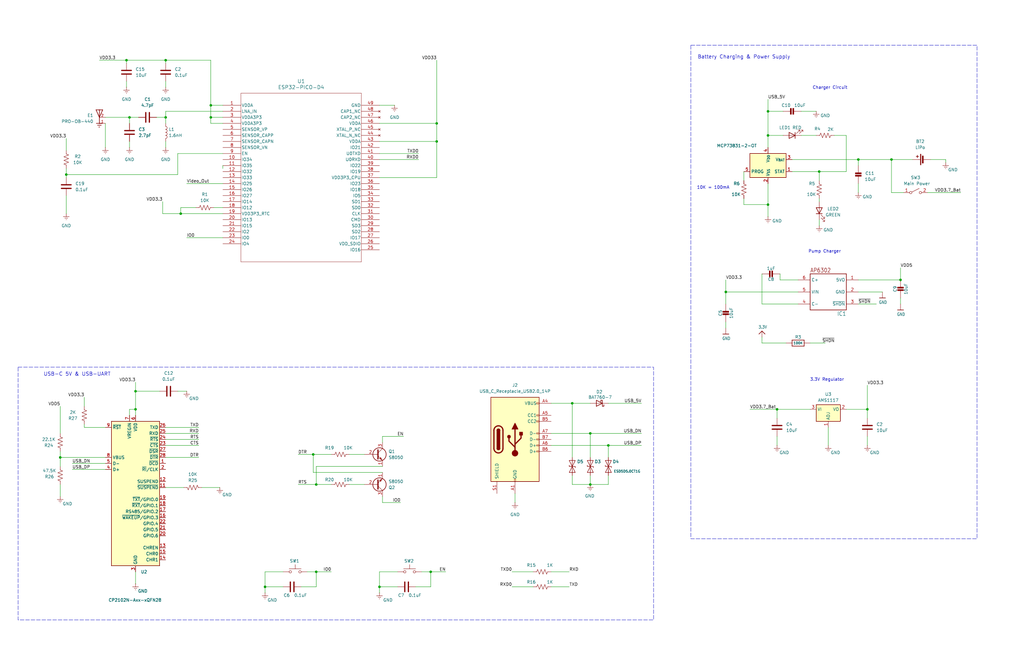
<source format=kicad_sch>
(kicad_sch (version 20231120) (generator "eeschema") (generator_version "8.0")
  (paper "USLedger")
  (lib_symbols
    (symbol "Adafruit AP6302-eagle-import:AP3602"
      (property "Reference" "IC" (at -7.62 -10.16 0))
      (symbol "AP3602_1_0"
        (text "AP6302" (at 7.62 10.16 0) (effects (font (size 1.778 1.5113)) (justify right top)))
        (pin power_in line (at -12.7 5.08 0) (length 5.08) (name "5VO") (number "1"))
        (pin power_in line (at -12.7 0 0) (length 5.08) (name "GND") (number "2"))
        (pin input line (at -12.7 -5.08 0) (length 5.08) (name "~{SHDN}") (number "3"))
        (pin bidirectional line (at 12.7 -5.08 180) (length 5.08) (name "C-") (number "4"))
        (pin power_in line (at 12.7 0 180) (length 5.08) (name "VIN") (number "5"))
        (pin bidirectional line (at 12.7 5.08 180) (length 5.08) (name "C+") (number "6"))
      )
    )
    (symbol "Adafruit AP6302-eagle-import:CAP_CERAMIC0805-NOOUTLINE"
      (property "Reference" "C" (at -2.29 1.25 90))
      (symbol "CAP_CERAMIC0805-NOOUTLINE_1_0"
        (pin passive line (at 0 5.08 270) (length 2.54) (name "1") (number "1"))
        (pin passive line (at 0 -2.54 90) (length 2.54) (name "2") (number "2"))
      )
    )
    (symbol "Adafruit AP6302-eagle-import:GND" (power)
      (symbol "GND_1_0"
        (pin power_in line (at 0 2.54 270) (length 2.54) (name "GND") (number "1"))
      )
    )
    (symbol "Adafruit AP6302-eagle-import:RESISTOR0805_NOOUTLINE"
      (property "Reference" "R" (at 0 2.54 0))
      (symbol "RESISTOR0805_NOOUTLINE_1_0"
        (pin passive line (at -5.08 0 0) (length 2.54) (name "1") (number "1"))
        (pin passive line (at 5.08 0 180) (length 2.54) (name "2") (number "2"))
      )
    )
    (symbol "Adafruit AP6302-eagle-import:VIN" (power)
      (symbol "VIN_1_0"
        (pin power_in line (at 0 -2.54 90) (length 2.54) (name "VIN") (number "1"))
      )
    )
    (symbol "Battery_Management:MCP73831-2-OT"
      (property "Reference" "U" (at -7.62 6.35 0))
      (property "Value" "MCP73831-2-OT" (at 1.27 6.35 0))
      (symbol "MCP73831-2-OT_1_1"
        (pin tri_state line (at 10.16 -2.54 180) (length 2.54) (name "STAT") (number "1"))
        (pin power_in line (at 0 -7.62 90) (length 2.54) (name "V_{SS}") (number "2"))
        (pin power_out line (at 10.16 2.54 180) (length 2.54) (name "V_{BAT}") (number "3"))
        (pin power_in line (at 0 7.62 270) (length 2.54) (name "V_{DD}") (number "4"))
        (pin input line (at -10.16 -2.54 0) (length 2.54) (name "PROG") (number "5"))
      )
    )
    (symbol "Connector:USB_C_Receptacle_USB2.0_14P" (pin_names (offset 1.016))
      (property "Reference" "J" (at 0 22.225 0))
      (property "Value" "USB_C_Receptacle_USB2.0_14P" (at 0 19.685 0))
      (symbol "USB_C_Receptacle_USB2.0_14P_1_1"
        (pin passive line (at 0 -22.86 90) (length 5.08) (name "GND") (number "A1"))
        (pin passive line (at 0 -22.86 90) (length 5.08) hide (name "GND") (number "A12"))
        (pin passive line (at 15.24 15.24 180) (length 5.08) (name "VBUS") (number "A4"))
        (pin bidirectional line (at 15.24 10.16 180) (length 5.08) (name "CC1") (number "A5"))
        (pin bidirectional line (at 15.24 -2.54 180) (length 5.08) (name "D+") (number "A6"))
        (pin bidirectional line (at 15.24 2.54 180) (length 5.08) (name "D-") (number "A7"))
        (pin passive line (at 15.24 15.24 180) (length 5.08) hide (name "VBUS") (number "A9"))
        (pin passive line (at 0 -22.86 90) (length 5.08) hide (name "GND") (number "B1"))
        (pin passive line (at 0 -22.86 90) (length 5.08) hide (name "GND") (number "B12"))
        (pin passive line (at 15.24 15.24 180) (length 5.08) hide (name "VBUS") (number "B4"))
        (pin bidirectional line (at 15.24 7.62 180) (length 5.08) (name "CC2") (number "B5"))
        (pin bidirectional line (at 15.24 -5.08 180) (length 5.08) (name "D+") (number "B6"))
        (pin bidirectional line (at 15.24 0 180) (length 5.08) (name "D-") (number "B7"))
        (pin passive line (at 15.24 15.24 180) (length 5.08) hide (name "VBUS") (number "B9"))
        (pin passive line (at -7.62 -22.86 90) (length 5.08) (name "SHIELD") (number "S1"))
      )
    )
    (symbol "Device:Battery_Cell" (pin_numbers hide) (pin_names (offset 0) hide)
      (property "Reference" "BT" (at 2.54 2.54 0))
      (property "Value" "Battery_Cell" (at 2.54 0 0))
      (symbol "Battery_Cell_1_1"
        (pin passive line (at 0 5.08 270) (length 2.54) (name "+") (number "1"))
        (pin passive line (at 0 -2.54 90) (length 2.54) (name "-") (number "2"))
      )
    )
    (symbol "Device:C" (pin_numbers hide) (pin_names (offset 0.254))
      (property "Reference" "C" (at 0.635 2.54 0))
      (property "Value" "C" (at 0.635 -2.54 0))
      (symbol "C_1_1"
        (pin passive line (at 0 3.81 270) (length 2.794) (name "~") (number "1"))
        (pin passive line (at 0 -3.81 90) (length 2.794) (name "~") (number "2"))
      )
    )
    (symbol "Device:D_Schottky" (pin_numbers hide) (pin_names (offset 1.016) hide)
      (property "Reference" "D" (at 0 2.54 0))
      (property "Value" "D_Schottky" (at 0 -2.54 0))
      (symbol "D_Schottky_1_1"
        (pin passive line (at -3.81 0 0) (length 2.54) (name "K") (number "1"))
        (pin passive line (at 3.81 0 180) (length 2.54) (name "A") (number "2"))
      )
    )
    (symbol "Device:L" (pin_numbers hide) (pin_names (offset 1.016) hide)
      (property "Reference" "L" (at -1.27 0 90))
      (property "Value" "L" (at 1.905 0 90))
      (symbol "L_1_1"
        (pin passive line (at 0 3.81 270) (length 1.27) (name "1") (number "1"))
        (pin passive line (at 0 -3.81 90) (length 1.27) (name "2") (number "2"))
      )
    )
    (symbol "Device:LED" (pin_numbers hide) (pin_names (offset 1.016) hide)
      (property "Reference" "D" (at 0 2.54 0))
      (property "Value" "LED" (at 0 -2.54 0))
      (symbol "LED_1_1"
        (pin passive line (at -3.81 0 0) (length 2.54) (name "K") (number "1"))
        (pin passive line (at 3.81 0 180) (length 2.54) (name "A") (number "2"))
      )
    )
    (symbol "Device:R_US" (pin_numbers hide) (pin_names (offset 0))
      (property "Reference" "R" (at 2.54 0 90))
      (property "Value" "R_US" (at -2.54 0 90))
      (symbol "R_US_1_1"
        (pin passive line (at 0 3.81 270) (length 1.27) (name "~") (number "1"))
        (pin passive line (at 0 -3.81 90) (length 1.27) (name "~") (number "2"))
      )
    )
    (symbol "Diode:ESD9B3.3ST5G" (pin_numbers hide) (pin_names (offset 1.016) hide)
      (property "Reference" "D" (at 0 2.54 0))
      (property "Value" "ESD9B3.3ST5G" (at 0 -2.54 0))
      (symbol "ESD9B3.3ST5G_1_1"
        (pin passive line (at -3.81 0 0) (length 2.54) (name "A1") (number "1"))
        (pin passive line (at 3.81 0 180) (length 2.54) (name "A2") (number "2"))
      )
    )
    (symbol "ESP32 PICO D4:ESP32-PICO-D4" (pin_names (offset 0.254))
      (property "Reference" "U" (at 33.02 10.16 0))
      (property "Value" "ESP32-PICO-D4" (at 33.02 7.62 0))
      (symbol "ESP32-PICO-D4_0_1"
        (pin power_in line (at 0 0 0) (length 7.62) (name "VDDA") (number "1"))
        (pin input line (at 0 -22.86 0) (length 7.62) (name "IO34") (number "10"))
        (pin input line (at 0 -25.4 0) (length 7.62) (name "IO35") (number "11"))
        (pin bidirectional line (at 0 -27.94 0) (length 7.62) (name "IO32") (number "12"))
        (pin bidirectional line (at 0 -30.48 0) (length 7.62) (name "IO33") (number "13"))
        (pin bidirectional line (at 0 -33.02 0) (length 7.62) (name "IO25") (number "14"))
        (pin bidirectional line (at 0 -35.56 0) (length 7.62) (name "IO26") (number "15"))
        (pin bidirectional line (at 0 -38.1 0) (length 7.62) (name "IO27") (number "16"))
        (pin bidirectional line (at 0 -40.64 0) (length 7.62) (name "IO14") (number "17"))
        (pin bidirectional line (at 0 -43.18 0) (length 7.62) (name "IO12") (number "18"))
        (pin power_in line (at 0 -45.72 0) (length 7.62) (name "VDD3P3_RTC") (number "19"))
        (pin bidirectional line (at 0 -2.54 0) (length 7.62) (name "LNA_IN") (number "2"))
        (pin bidirectional line (at 0 -48.26 0) (length 7.62) (name "IO13") (number "20"))
        (pin bidirectional line (at 0 -50.8 0) (length 7.62) (name "IO15") (number "21"))
        (pin bidirectional line (at 0 -53.34 0) (length 7.62) (name "IO2") (number "22"))
        (pin bidirectional line (at 0 -55.88 0) (length 7.62) (name "IO0") (number "23"))
        (pin bidirectional line (at 0 -58.42 0) (length 7.62) (name "IO4") (number "24"))
        (pin bidirectional line (at 66.04 -60.96 180) (length 7.62) (name "IO16") (number "25"))
        (pin power_in line (at 66.04 -58.42 180) (length 7.62) (name "VDD_SDIO") (number "26"))
        (pin bidirectional line (at 66.04 -55.88 180) (length 7.62) (name "IO17") (number "27"))
        (pin bidirectional line (at 66.04 -53.34 180) (length 7.62) (name "SD2") (number "28"))
        (pin bidirectional line (at 66.04 -50.8 180) (length 7.62) (name "SD3") (number "29"))
        (pin power_in line (at 0 -5.08 0) (length 7.62) (name "VDDA3P3") (number "3"))
        (pin bidirectional line (at 66.04 -48.26 180) (length 7.62) (name "CMD") (number "30"))
        (pin bidirectional line (at 66.04 -45.72 180) (length 7.62) (name "CLK") (number "31"))
        (pin bidirectional line (at 66.04 -43.18 180) (length 7.62) (name "SD0") (number "32"))
        (pin bidirectional line (at 66.04 -40.64 180) (length 7.62) (name "SD1") (number "33"))
        (pin bidirectional line (at 66.04 -38.1 180) (length 7.62) (name "IO5") (number "34"))
        (pin bidirectional line (at 66.04 -35.56 180) (length 7.62) (name "IO18") (number "35"))
        (pin bidirectional line (at 66.04 -33.02 180) (length 7.62) (name "IO23") (number "36"))
        (pin power_in line (at 66.04 -30.48 180) (length 7.62) (name "VDD3P3_CPU") (number "37"))
        (pin bidirectional line (at 66.04 -27.94 180) (length 7.62) (name "IO19") (number "38"))
        (pin bidirectional line (at 66.04 -25.4 180) (length 7.62) (name "IO22") (number "39"))
        (pin power_in line (at 0 -7.62 0) (length 7.62) (name "VDDA3P3") (number "4"))
        (pin bidirectional line (at 66.04 -22.86 180) (length 7.62) (name "U0RXD") (number "40"))
        (pin bidirectional line (at 66.04 -20.32 180) (length 7.62) (name "U0TXD") (number "41"))
        (pin bidirectional line (at 66.04 -17.78 180) (length 7.62) (name "IO21") (number "42"))
        (pin power_in line (at 66.04 -15.24 180) (length 7.62) (name "VDDA") (number "43"))
        (pin no_connect line (at 66.04 -12.7 180) (length 7.62) (name "XTAL_N_NC") (number "44"))
        (pin no_connect line (at 66.04 -10.16 180) (length 7.62) (name "XTAL_P_NC") (number "45"))
        (pin power_in line (at 66.04 -7.62 180) (length 7.62) (name "VDDA") (number "46"))
        (pin no_connect line (at 66.04 -5.08 180) (length 7.62) (name "CAP2_NC") (number "47"))
        (pin no_connect line (at 66.04 -2.54 180) (length 7.62) (name "CAP1_NC") (number "48"))
        (pin power_out line (at 66.04 0 180) (length 7.62) (name "GND") (number "49"))
        (pin input line (at 0 -10.16 0) (length 7.62) (name "SENSOR_VP") (number "5"))
        (pin input line (at 0 -12.7 0) (length 7.62) (name "SENSOR_CAPP") (number "6"))
        (pin input line (at 0 -15.24 0) (length 7.62) (name "SENSOR_CAPN") (number "7"))
        (pin input line (at 0 -17.78 0) (length 7.62) (name "SENSOR_VN") (number "8"))
        (pin input line (at 0 -20.32 0) (length 7.62) (name "EN") (number "9"))
      )
    )
    (symbol "Interface_USB:CP2102N-Axx-xQFN28"
      (property "Reference" "U" (at -8.89 31.75 0))
      (property "Value" "CP2102N-Axx-xQFN28" (at 12.7 31.75 0))
      (symbol "CP2102N-Axx-xQFN28_1_1"
        (pin input line (at 12.7 12.7 180) (length 2.54) (name "~{DCD}") (number "1"))
        (pin no_connect line (at -10.16 -27.94 0) (length 2.54) hide (name "NC") (number "10"))
        (pin output line (at 12.7 2.54 180) (length 2.54) (name "~{SUSPEND}") (number "11"))
        (pin output line (at 12.7 5.08 180) (length 2.54) (name "SUSPEND") (number "12"))
        (pin output line (at 12.7 -22.86 180) (length 2.54) (name "CHREN") (number "13"))
        (pin output line (at 12.7 -27.94 180) (length 2.54) (name "CHR1") (number "14"))
        (pin output line (at 12.7 -25.4 180) (length 2.54) (name "CHR0") (number "15"))
        (pin bidirectional line (at 12.7 -10.16 180) (length 2.54) (name "~{WAKEUP}/GPIO.3") (number "16"))
        (pin bidirectional line (at 12.7 -7.62 180) (length 2.54) (name "RS485/GPIO.2") (number "17"))
        (pin bidirectional line (at 12.7 -5.08 180) (length 2.54) (name "~{RXT}/GPIO.1") (number "18"))
        (pin bidirectional line (at 12.7 -2.54 180) (length 2.54) (name "~{TXT}/GPIO.0") (number "19"))
        (pin bidirectional line (at 12.7 10.16 180) (length 2.54) (name "~{RI}/CLK") (number "2"))
        (pin bidirectional line (at 12.7 -17.78 180) (length 2.54) (name "GPIO.6") (number "20"))
        (pin bidirectional line (at 12.7 -15.24 180) (length 2.54) (name "GPIO.5") (number "21"))
        (pin bidirectional line (at 12.7 -12.7 180) (length 2.54) (name "GPIO.4") (number "22"))
        (pin input line (at 12.7 20.32 180) (length 2.54) (name "~{CTS}") (number "23"))
        (pin output line (at 12.7 22.86 180) (length 2.54) (name "~{RTS}") (number "24"))
        (pin input line (at 12.7 25.4 180) (length 2.54) (name "RXD") (number "25"))
        (pin output line (at 12.7 27.94 180) (length 2.54) (name "TXD") (number "26"))
        (pin input line (at 12.7 17.78 180) (length 2.54) (name "~{DSR}") (number "27"))
        (pin output line (at 12.7 15.24 180) (length 2.54) (name "~{DTR}") (number "28"))
        (pin passive line (at 0 -33.02 90) (length 2.54) hide (name "GND") (number "29"))
        (pin power_in line (at 0 -33.02 90) (length 2.54) (name "GND") (number "3"))
        (pin bidirectional line (at -12.7 10.16 0) (length 2.54) (name "D+") (number "4"))
        (pin bidirectional line (at -12.7 12.7 0) (length 2.54) (name "D-") (number "5"))
        (pin power_in line (at 0 33.02 270) (length 2.54) (name "VDD") (number "6"))
        (pin power_in line (at -2.54 33.02 270) (length 2.54) (name "VREGIN") (number "7"))
        (pin input line (at -12.7 15.24 0) (length 2.54) (name "VBUS") (number "8"))
        (pin input line (at -12.7 27.94 0) (length 2.54) (name "~{RST}") (number "9"))
      )
    )
    (symbol "Proant440:PRO-OB-440" (pin_names (offset 1.016))
      (property "Reference" "E" (at 2.0344 0.7629 0))
      (property "Value" "PRO-OB-440" (at 2.1628 -1.0178 0))
      (symbol "PRO-OB-440_0_0"
        (pin power_in line (at -2.54 -2.54 0) (length 2.54) (name "~") (number "1"))
        (pin input line (at -2.54 0 0) (length 2.54) (name "~") (number "2"))
      )
    )
    (symbol "Regulator_Linear:AMS1117"
      (property "Reference" "U" (at -3.81 3.175 0))
      (property "Value" "AMS1117" (at 0 3.175 0))
      (symbol "AMS1117_1_1"
        (pin input line (at 0 -7.62 90) (length 2.54) (name "ADJ") (number "1"))
        (pin power_out line (at 7.62 0 180) (length 2.54) (name "VO") (number "2"))
        (pin power_in line (at -7.62 0 0) (length 2.54) (name "VI") (number "3"))
      )
    )
    (symbol "Switch:SW_Push" (pin_numbers hide) (pin_names (offset 1.016) hide)
      (property "Reference" "SW" (at 1.27 2.54 0))
      (property "Value" "SW_Push" (at 0 -1.524 0))
      (symbol "SW_Push_0_1"
        (pin passive line (at -5.08 0 0) (length 2.54) (name "1") (number "1"))
        (pin passive line (at 5.08 0 180) (length 2.54) (name "2") (number "2"))
      )
    )
    (symbol "Switch:SW_SPST" (pin_names (offset 0) hide)
      (property "Reference" "SW" (at 0 3.175 0))
      (property "Value" "SW_SPST" (at 0 -2.54 0))
      (symbol "SW_SPST_1_1"
        (pin passive line (at -5.08 0 0) (length 2.54) (name "A") (number "1"))
        (pin passive line (at 5.08 0 180) (length 2.54) (name "B") (number "2"))
      )
    )
    (symbol "Transistor_BJT:S8050" (pin_names (offset 0) hide)
      (property "Reference" "Q" (at 5.08 1.905 0))
      (property "Value" "S8050" (at 5.08 0 0))
      (symbol "S8050_1_1"
        (pin passive line (at 2.54 -5.08 90) (length 2.54) (name "E") (number "1"))
        (pin input line (at -5.08 0 0) (length 5.08) (name "B") (number "2"))
        (pin passive line (at 2.54 5.08 270) (length 2.54) (name "C") (number "3"))
      )
    )
    (symbol "power:GNDREF" (power) (pin_numbers hide) (pin_names (offset 0) hide)
      (property "Value" "GNDREF" (at 0 -3.81 0))
      (symbol "GNDREF_1_1"
        (pin power_in line (at 0 0 270) (length 0) (name "~") (number "1"))
      )
    )
  )
  (junction (at 184.15 52.07))
  (junction (at 54.61 49.53))
  (junction (at 88.9 44.45))
  (junction (at 306.07 123.19))
  (junction (at 327.66 172.72))
  (junction (at 256.54 187.96))
  (junction (at 241.3 170.18))
  (junction (at 132.08 191.77))
  (junction (at 323.85 86.36))
  (junction (at 88.9 49.53))
  (junction (at 379.73 118.11))
  (junction (at 25.4 193.04))
  (junction (at 57.15 172.72))
  (junction (at 323.85 57.15))
  (junction (at 133.35 204.47))
  (junction (at 69.85 49.53))
  (junction (at 27.94 73.66))
  (junction (at 365.76 172.72))
  (junction (at 76.2 90.17))
  (junction (at 345.44 72.39))
  (junction (at 184.15 59.69))
  (junction (at 111.76 247.65))
  (junction (at 57.15 165.1))
  (junction (at 69.85 25.4))
  (junction (at 133.35 241.3))
  (junction (at 53.34 25.4))
  (junction (at 375.92 67.31))
  (junction (at 361.95 67.31))
  (junction (at 248.92 182.88))
  (junction (at 323.85 46.99))
  (junction (at 160.02 247.65))
  (junction (at 181.61 241.3))
  (junction (at 248.92 204.47))
  (wire (pts (xy 57.15 175.26) (xy 57.15 172.72)))
  (wire (pts (xy 161.29 212.09) (xy 161.29 209.55)))
  (wire (pts (xy 93.98 71.12) (xy 93.98 69.85)))
  (wire (pts (xy 241.3 170.18) (xy 241.3 193.04)))
  (wire (pts (xy 78.74 77.47) (xy 93.98 77.47)))
  (wire (pts (xy 76.2 87.63) (xy 76.2 90.17)))
  (wire (pts (xy 88.9 49.53) (xy 88.9 44.45)))
  (wire (pts (xy 69.85 25.4) (xy 53.34 25.4)))
  (wire (pts (xy 323.85 57.15) (xy 330.2 57.15)))
  (wire (pts (xy 27.94 73.66) (xy 27.94 74.93)))
  (wire (pts (xy 125.73 191.77) (xy 132.08 191.77)))
  (wire (pts (xy 27.94 82.55) (xy 27.94 90.17)))
  (wire (pts (xy 323.85 77.47) (xy 323.85 86.36)))
  (wire (pts (xy 327.66 184.15) (xy 327.66 187.96)))
  (wire (pts (xy 53.34 34.29) (xy 53.34 36.83)))
  (wire (pts (xy 327.66 172.72) (xy 327.66 176.53)))
  (wire (pts (xy 336.55 123.19) (xy 306.07 123.19)) (stroke (width 0.1524)))
  (wire (pts (xy 69.85 185.42) (xy 83.82 185.42)))
  (wire (pts (xy 217.17 208.28) (xy 217.17 212.09)))
  (wire (pts (xy 345.44 83.82) (xy 345.44 85.09)))
  (wire (pts (xy 349.25 180.34) (xy 349.25 187.96)))
  (wire (pts (xy 68.58 90.17) (xy 76.2 90.17)))
  (wire (pts (xy 27.94 71.12) (xy 27.94 73.66)))
  (wire (pts (xy 57.15 165.1) (xy 67.31 165.1)))
  (wire (pts (xy 69.85 205.74) (xy 77.47 205.74)))
  (wire (pts (xy 232.41 182.88) (xy 248.92 182.88)))
  (wire (pts (xy 25.4 171.45) (xy 25.4 182.88)))
  (wire (pts (xy 57.15 161.29) (xy 57.15 165.1)))
  (wire (pts (xy 270.51 170.18) (xy 256.54 170.18)))
  (wire (pts (xy 337.82 57.15) (xy 344.17 57.15)))
  (wire (pts (xy 256.54 200.66) (xy 256.54 204.47)))
  (wire (pts (xy 232.41 187.96) (xy 256.54 187.96)))
  (wire (pts (xy 127 247.65) (xy 133.35 247.65)))
  (wire (pts (xy 313.69 86.36) (xy 323.85 86.36)))
  (wire (pts (xy 85.09 205.74) (xy 92.71 205.74)))
  (wire (pts (xy 375.92 81.28) (xy 375.92 67.31)))
  (wire (pts (xy 313.69 86.36) (xy 313.69 83.82)))
  (wire (pts (xy 232.41 247.65) (xy 240.03 247.65)))
  (wire (pts (xy 336.55 118.11) (xy 328.93 118.11)) (stroke (width 0.1524)))
  (wire (pts (xy 232.41 170.18) (xy 241.3 170.18)))
  (wire (pts (xy 184.15 59.69) (xy 184.15 52.07)))
  (wire (pts (xy 361.95 118.11) (xy 379.73 118.11)) (stroke (width 0.1524)))
  (wire (pts (xy 111.76 241.3) (xy 111.76 247.65)))
  (wire (pts (xy 41.91 25.4) (xy 53.34 25.4)))
  (wire (pts (xy 187.96 241.3) (xy 181.61 241.3)))
  (wire (pts (xy 398.78 68.58) (xy 398.78 67.31)))
  (wire (pts (xy 54.61 175.26) (xy 54.61 172.72)))
  (wire (pts (xy 375.92 67.31) (xy 384.81 67.31)))
  (wire (pts (xy 44.45 52.07) (xy 44.45 62.23)))
  (wire (pts (xy 132.08 199.39) (xy 132.08 191.77)))
  (wire (pts (xy 306.07 135.89) (xy 306.07 138.43)) (stroke (width 0.1524)))
  (wire (pts (xy 306.07 118.11) (xy 306.07 123.19)) (stroke (width 0.1524)))
  (wire (pts (xy 76.2 90.17) (xy 93.98 90.17)))
  (wire (pts (xy 160.02 241.3) (xy 160.02 247.65)))
  (wire (pts (xy 161.29 196.85) (xy 133.35 196.85)))
  (wire (pts (xy 147.32 191.77) (xy 153.67 191.77)))
  (wire (pts (xy 78.74 100.33) (xy 93.98 100.33)))
  (wire (pts (xy 35.56 167.64) (xy 35.56 171.45)))
  (wire (pts (xy 160.02 250.19) (xy 160.02 247.65)))
  (wire (pts (xy 167.64 241.3) (xy 160.02 241.3)))
  (wire (pts (xy 379.73 125.73) (xy 379.73 128.27)) (stroke (width 0.1524)))
  (wire (pts (xy 313.69 72.39) (xy 313.69 76.2)))
  (wire (pts (xy 69.85 26.67) (xy 69.85 25.4)))
  (wire (pts (xy 166.37 44.45) (xy 160.02 44.45)))
  (wire (pts (xy 361.95 67.31) (xy 375.92 67.31)))
  (wire (pts (xy 93.98 44.45) (xy 88.9 44.45)))
  (wire (pts (xy 161.29 212.09) (xy 168.91 212.09)))
  (wire (pts (xy 125.73 204.47) (xy 133.35 204.47)))
  (wire (pts (xy 53.34 25.4) (xy 53.34 26.67)))
  (wire (pts (xy 35.56 180.34) (xy 35.56 179.07)))
  (wire (pts (xy 90.17 87.63) (xy 93.98 87.63)))
  (wire (pts (xy 54.61 59.69) (xy 54.61 62.23)))
  (wire (pts (xy 391.16 81.28) (xy 405.13 81.28)))
  (wire (pts (xy 241.3 204.47) (xy 248.92 204.47)))
  (wire (pts (xy 381 81.28) (xy 375.92 81.28)))
  (wire (pts (xy 88.9 52.07) (xy 88.9 49.53)))
  (wire (pts (xy 334.01 67.31) (xy 361.95 67.31)))
  (wire (pts (xy 27.94 58.42) (xy 27.94 63.5)))
  (wire (pts (xy 54.61 172.72) (xy 57.15 172.72)))
  (wire (pts (xy 69.85 193.04) (xy 83.82 193.04)))
  (wire (pts (xy 69.85 180.34) (xy 83.82 180.34)))
  (wire (pts (xy 44.45 49.53) (xy 54.61 49.53)))
  (wire (pts (xy 82.55 87.63) (xy 76.2 87.63)))
  (wire (pts (xy 241.3 200.66) (xy 241.3 204.47)))
  (wire (pts (xy 93.98 49.53) (xy 88.9 49.53)))
  (wire (pts (xy 74.93 73.66) (xy 27.94 73.66)))
  (wire (pts (xy 365.76 162.56) (xy 365.76 172.72)))
  (wire (pts (xy 57.15 165.1) (xy 57.15 172.72)))
  (wire (pts (xy 356.87 57.15) (xy 356.87 72.39)))
  (wire (pts (xy 240.03 241.3) (xy 232.41 241.3)))
  (wire (pts (xy 341.63 144.78) (xy 347.98 144.78)) (stroke (width 0.1524)))
  (wire (pts (xy 215.9 247.65) (xy 224.79 247.65)))
  (wire (pts (xy 248.92 182.88) (xy 270.51 182.88)))
  (wire (pts (xy 256.54 187.96) (xy 256.54 193.04)))
  (wire (pts (xy 25.4 193.04) (xy 25.4 196.85)))
  (wire (pts (xy 316.23 172.72) (xy 327.66 172.72)))
  (wire (pts (xy 161.29 184.15) (xy 170.18 184.15)))
  (wire (pts (xy 248.92 200.66) (xy 248.92 204.47)))
  (wire (pts (xy 331.47 144.78) (xy 321.31 144.78)) (stroke (width 0.1524)))
  (wire (pts (xy 323.85 46.99) (xy 323.85 57.15)))
  (wire (pts (xy 133.35 241.3) (xy 133.35 247.65)))
  (wire (pts (xy 160.02 52.07) (xy 184.15 52.07)))
  (wire (pts (xy 356.87 57.15) (xy 351.79 57.15)))
  (wire (pts (xy 177.8 241.3) (xy 181.61 241.3)))
  (wire (pts (xy 345.44 72.39) (xy 345.44 76.2)))
  (wire (pts (xy 111.76 247.65) (xy 119.38 247.65)))
  (wire (pts (xy 30.48 195.58) (xy 44.45 195.58)))
  (wire (pts (xy 321.31 144.78) (xy 321.31 142.24)) (stroke (width 0.1524)))
  (wire (pts (xy 256.54 204.47) (xy 248.92 204.47)))
  (wire (pts (xy 361.95 77.47) (xy 361.95 81.28)))
  (wire (pts (xy 119.38 241.3) (xy 111.76 241.3)))
  (wire (pts (xy 129.54 241.3) (xy 133.35 241.3)))
  (wire (pts (xy 93.98 52.07) (xy 88.9 52.07)))
  (wire (pts (xy 93.98 46.99) (xy 69.85 46.99)))
  (wire (pts (xy 133.35 204.47) (xy 139.7 204.47)))
  (wire (pts (xy 74.93 165.1) (xy 78.74 165.1)))
  (wire (pts (xy 323.85 41.91) (xy 323.85 46.99)))
  (wire (pts (xy 69.85 182.88) (xy 83.82 182.88)))
  (wire (pts (xy 365.76 184.15) (xy 365.76 187.96)))
  (wire (pts (xy 25.4 193.04) (xy 44.45 193.04)))
  (wire (pts (xy 160.02 74.93) (xy 184.15 74.93)))
  (wire (pts (xy 58.42 49.53) (xy 54.61 49.53)))
  (wire (pts (xy 160.02 67.31) (xy 176.53 67.31)))
  (wire (pts (xy 379.73 118.11) (xy 379.73 113.03)) (stroke (width 0.1524)))
  (wire (pts (xy 69.85 59.69) (xy 69.85 62.23)))
  (wire (pts (xy 184.15 74.93) (xy 184.15 59.69)))
  (wire (pts (xy 69.85 49.53) (xy 66.04 49.53)))
  (wire (pts (xy 147.32 204.47) (xy 153.67 204.47)))
  (wire (pts (xy 54.61 49.53) (xy 54.61 52.07)))
  (wire (pts (xy 69.85 46.99) (xy 69.85 49.53)))
  (wire (pts (xy 184.15 52.07) (xy 184.15 25.4)))
  (wire (pts (xy 139.7 241.3) (xy 133.35 241.3)))
  (wire (pts (xy 323.85 86.36) (xy 323.85 91.44)))
  (wire (pts (xy 69.85 34.29) (xy 69.85 36.83)))
  (wire (pts (xy 133.35 196.85) (xy 133.35 204.47)))
  (wire (pts (xy 327.66 172.72) (xy 341.63 172.72)))
  (wire (pts (xy 365.76 172.72) (xy 365.76 176.53)))
  (wire (pts (xy 356.87 172.72) (xy 365.76 172.72)))
  (wire (pts (xy 241.3 170.18) (xy 248.92 170.18)))
  (wire (pts (xy 361.95 69.85) (xy 361.95 67.31)))
  (wire (pts (xy 398.78 67.31) (xy 392.43 67.31)))
  (wire (pts (xy 361.95 128.27) (xy 369.57 128.27)) (stroke (width 0.1524)))
  (wire (pts (xy 321.31 128.27) (xy 321.31 115.57)) (stroke (width 0.1524)))
  (wire (pts (xy 160.02 59.69) (xy 184.15 59.69)))
  (wire (pts (xy 44.45 180.34) (xy 35.56 180.34)))
  (wire (pts (xy 336.55 128.27) (xy 321.31 128.27)) (stroke (width 0.1524)))
  (wire (pts (xy 93.98 64.77) (xy 74.93 64.77)))
  (wire (pts (xy 248.92 182.88) (xy 248.92 193.04)))
  (wire (pts (xy 88.9 44.45) (xy 88.9 25.4)))
  (wire (pts (xy 57.15 241.3) (xy 57.15 246.38)))
  (wire (pts (xy 111.76 250.19) (xy 111.76 247.65)))
  (wire (pts (xy 337.82 46.99) (xy 344.17 46.99)))
  (wire (pts (xy 372.11 123.19) (xy 361.95 123.19)) (stroke (width 0.1524)))
  (wire (pts (xy 161.29 184.15) (xy 161.29 186.69)))
  (wire (pts (xy 25.4 190.5) (xy 25.4 193.04)))
  (wire (pts (xy 88.9 25.4) (xy 69.85 25.4)))
  (wire (pts (xy 323.85 46.99) (xy 330.2 46.99)))
  (wire (pts (xy 356.87 72.39) (xy 345.44 72.39)))
  (wire (pts (xy 181.61 241.3) (xy 181.61 247.65)))
  (wire (pts (xy 132.08 191.77) (xy 139.7 191.77)))
  (wire (pts (xy 25.4 204.47) (xy 25.4 209.55)))
  (wire (pts (xy 161.29 199.39) (xy 132.08 199.39)))
  (wire (pts (xy 175.26 247.65) (xy 181.61 247.65)))
  (wire (pts (xy 69.85 52.07) (xy 69.85 49.53)))
  (wire (pts (xy 215.9 241.3) (xy 224.79 241.3)))
  (wire (pts (xy 323.85 57.15) (xy 323.85 62.23)))
  (wire (pts (xy 345.44 92.71) (xy 345.44 95.25)))
  (wire (pts (xy 160.02 247.65) (xy 167.64 247.65)))
  (wire (pts (xy 334.01 72.39) (xy 345.44 72.39)))
  (wire (pts (xy 328.93 118.11) (xy 328.93 115.57)) (stroke (width 0.1524)))
  (wire (pts (xy 74.93 64.77) (xy 74.93 73.66)))
  (wire (pts (xy 256.54 187.96) (xy 270.51 187.96)))
  (wire (pts (xy 69.85 187.96) (xy 83.82 187.96)))
  (wire (pts (xy 68.58 85.09) (xy 68.58 90.17)))
  (wire (pts (xy 306.07 123.19) (xy 306.07 128.27)) (stroke (width 0.1524)))
  (wire (pts (xy 160.02 64.77) (xy 176.53 64.77)))
  (wire (pts (xy 30.48 198.12) (xy 44.45 198.12)))
  (rectangle (start 7.62 154.94) (end 275.59 261.62) (stroke (width 0) (type dash)))
  (rectangle (start 291.338 19.05) (end 411.988 227.33) (stroke (width 0) (type dash)))
  (text "Pump Charger" (at 347.726 106.172 0) (effects (font (size 1.27 1.27))))
  (text "Charger Circuit" (at 350.012 37.084 0) (effects (font (size 1.27 1.27))))
  (text "Battery Charging & Power Supply" (at 313.69 24.13 0) (effects (font (size 1.524 1.524))))
  (text "3.3V Regulator\n" (at 348.742 160.274 0) (effects (font (size 1.27 1.27))))
  (text "USB-C 5V & USB-UART" (at 32.512 157.988 0) (effects (font (size 1.524 1.524))))
  (text "10K = 100mA" (at 300.736 79.248 0) (effects (font (size 1.27 1.27))))
  (label "USB_DN" (at 30.48 195.58 0))
  (label "USB_5V" (at 323.85 41.91 0))
  (label "VDD3.3" (at 365.76 162.56 0))
  (label "~{SHDN}" (at 346.71 144.78 0) (effects (font (size 1.2446 1.2446))))
  (label "VDD3.3" (at 57.15 161.29 180))
  (label "~{SHDN}" (at 361.95 128.27 0) (effects (font (size 1.2446 1.2446))))
  (label "TXD0" (at 176.53 64.77 180))
  (label "VDD3.3" (at 306.07 118.11 0))
  (label "RTS" (at 125.73 204.47 0))
  (label "TXD" (at 83.82 180.34 180))
  (label "RXD" (at 240.03 241.3 0))
  (label "IO0" (at 168.91 212.09 180))
  (label "VDD5" (at 25.4 171.45 180))
  (label "IO0" (at 78.74 100.33 0))
  (label "USB_DN" (at 270.51 182.88 180))
  (label "DTR" (at 125.73 191.77 0))
  (label "VDD3.3" (at 41.91 25.4 0))
  (label "RXD" (at 83.82 182.88 180))
  (label "VDD5" (at 379.73 113.03 0))
  (label "IO0" (at 139.7 241.3 180))
  (label "VDD3.3" (at 27.94 58.42 180))
  (label "VDD3.3" (at 35.56 167.64 180))
  (label "VDD3.7_Bat" (at 316.23 172.72 0))
  (label "Video_Out" (at 78.74 77.47 0))
  (label "DTR" (at 83.82 193.04 180))
  (label "EN" (at 170.18 184.15 180))
  (label "RXD0" (at 176.53 67.31 180))
  (label "USB_5V" (at 270.51 170.18 180))
  (label "VDD3.7_Bat" (at 405.13 81.28 180))
  (label "TXD0" (at 215.9 241.3 180))
  (label "RTS" (at 83.82 185.42 180))
  (label "USB_DP" (at 270.51 187.96 180))
  (label "CTS" (at 83.82 187.96 180))
  (label "VDD33" (at 184.15 25.4 180))
  (label "VDD3.3" (at 68.58 85.09 180))
  (label "TXD" (at 240.03 247.65 0))
  (label "RXD0" (at 215.9 247.65 180))
  (label "USB_DP" (at 30.48 198.12 0))
  (label "EN" (at 187.96 241.3 180))
  (symbol (lib_id "Adafruit AP6302-eagle-import:CAP_CERAMIC0805-NOOUTLINE") (at 361.95 74.93 0) (unit 1)
    (property "Reference" "C11" (at 366.776 73.152 0))
    (property "Value" "10uF" (at 367.03 75.692 0))
    (property "Footprint" "Adafruit AP6302:0805-NO" (effects (hide yes)))
  )
  (symbol (lib_id "Device:R_US") (at 25.4 186.69 0) (unit 1)
    (property "Reference" "R24" (at 20.574 187.96 0))
    (property "Value" "22.1K" (at 20.574 185.42 0))
    (property "Description" "Resistor, US symbol" (effects (hide yes)))
  )
  (symbol (lib_id "Device:R_US") (at 347.98 57.15 270) (unit 1)
    (property "Reference" "R4" (at 344.678 54.356 90))
    (property "Value" "2K" (at 350.266 54.61 90))
    (property "Description" "Resistor, US symbol" (effects (hide yes)))
  )
  (symbol (lib_id "Diode:ESD9B3.3ST5G") (at 256.54 196.85 270) (unit 1)
    (property "Reference" "D4" (at 258.318 194.818 90) (effects (justify left)))
    (property "Value" "ESD5D5.0CT1G" (effects (hide yes)))
    (property "Footprint" "Diode_SMD:D_SOD-923" (effects (hide yes)))
    (property "Datasheet" "https://www.onsemi.com/pub/Collateral/ESD9B-D.PDF" (effects (hide yes)))
    (property "Description" "ESD protection diode, 3.3Vrwm, SOD-923" (effects (hide yes)))
  )
  (symbol (lib_id "power:GNDREF") (at 92.71 205.74 0) (unit 1)
    (property "Reference" "#PWR05" (effects (hide yes)))
    (property "Value" "GND" (at 95.758 208.788 0))
    (property "Description" "Power symbol creates a global label with name \"GNDREF\" , reference supply ground" (effects (hide yes)))
  )
  (symbol (lib_id "Adafruit AP6302-eagle-import:CAP_CERAMIC0805-NOOUTLINE") (at 326.39 115.57 90) (unit 1)
    (property "Reference" "C8" (at 325.14 117.86 90))
    (property "Value" "1uF" (at 325.14 113.27 90))
    (property "Footprint" "Adafruit AP6302:0805-NO" (effects (hide yes)))
  )
  (symbol (lib_id "Adafruit AP6302-eagle-import:GND") (at 306.07 140.97 0) (unit 1)
    (property "Reference" "#U$03" (effects (hide yes)))
    (property "Value" "GND" (at 304.546 143.51 0) (effects (font (size 1.27 1.0795)) (justify left bottom)))
  )
  (symbol (lib_id "power:GNDREF") (at 217.17 212.09 0) (unit 1)
    (property "Reference" "#PWR012" (effects (hide yes)))
    (property "Value" "GND" (at 217.17 217.17 0))
    (property "Description" "Power symbol creates a global label with name \"GNDREF\" , reference supply ground" (effects (hide yes)))
  )
  (symbol (lib_id "power:GNDREF") (at 327.66 187.96 0) (unit 1)
    (property "Reference" "#PWR06" (effects (hide yes)))
    (property "Value" "GND" (at 330.708 191.008 0))
    (property "Description" "Power symbol creates a global label with name \"GNDREF\" , reference supply ground" (effects (hide yes)))
  )
  (symbol (lib_id "power:GNDREF") (at 345.44 95.25 0) (unit 1)
    (property "Reference" "#PWR020" (effects (hide yes)))
    (property "Value" "GND" (at 349.25 97.028 0))
    (property "Description" "Power symbol creates a global label with name \"GNDREF\" , reference supply ground" (effects (hide yes)))
  )
  (symbol (lib_id "Device:C") (at 62.23 49.53 270) (unit 1)
    (property "Reference" "C1" (at 62.23 41.91 90))
    (property "Value" "4.7pF" (at 62.23 44.45 90))
    (property "Description" "Unpolarized capacitor" (effects (hide yes)))
  )
  (symbol (lib_id "power:GNDREF") (at 69.85 62.23 0) (unit 1)
    (property "Reference" "#PWR011" (effects (hide yes)))
    (property "Value" "GND" (at 69.85 67.31 0))
    (property "Description" "Power symbol creates a global label with name \"GNDREF\" , reference supply ground" (effects (hide yes)))
  )
  (symbol (lib_id "Device:R_US") (at 27.94 67.31 0) (unit 1)
    (property "Reference" "R2" (at 32.766 66.04 0))
    (property "Value" "10K" (at 32.766 68.58 0))
    (property "Description" "Resistor, US symbol" (effects (hide yes)))
  )
  (symbol (lib_id "power:GNDREF") (at 57.15 246.38 0) (unit 1)
    (property "Reference" "#PWR016" (effects (hide yes)))
    (property "Value" "GND" (at 60.198 249.428 0))
    (property "Description" "Power symbol creates a global label with name \"GNDREF\" , reference supply ground" (effects (hide yes)))
  )
  (symbol (lib_id "power:GNDREF") (at 344.17 46.99 0) (unit 1)
    (property "Reference" "#PWR019" (effects (hide yes)))
    (property "Value" "GND" (at 347.98 48.768 0))
    (property "Description" "Power symbol creates a global label with name \"GNDREF\" , reference supply ground" (effects (hide yes)))
  )
  (symbol (lib_id "Adafruit AP6302-eagle-import:RESISTOR0805_NOOUTLINE") (at 336.55 144.78 0) (unit 1)
    (property "Reference" "R3" (at 336.55 142.24 0))
    (property "Value" "100K" (at 336.55 144.78 0) (effects (font (size 1.016 1.016) (bold yes))))
    (property "Footprint" "Adafruit AP6302:0805-NO" (effects (hide yes)))
  )
  (symbol (lib_id "ESP32 PICO D4:ESP32-PICO-D4") (at 93.98 44.45 0) (unit 1)
    (property "Reference" "U1" (at 127 34.29 0) (effects (font (size 1.524 1.524))))
    (property "Value" "ESP32-PICO-D4" (at 127 36.83 0) (effects (font (size 1.524 1.524))))
    (property "Footprint" "ESP32-PICO-D4_EXP" (effects (hide yes)))
    (property "Datasheet" "ESP32-PICO-D4" (effects (hide yes)))
  )
  (symbol (lib_id "Proant440:PRO-OB-440") (at 41.91 49.53 0) (mirror y) (unit 1)
    (property "Reference" "E1" (at 39.37 48.7044 0) (effects (justify left)))
    (property "Value" "PRO-OB-440" (at 39.37 51.2444 0) (effects (justify left)))
    (property "Footprint" "PRO-OB-440:XDCR_PRO-OB-440" (effects (hide yes)))
    (property "PARTREV" "11-01-22" (effects (hide yes)))
    (property "STANDARD" "Manufacturer Recommendations" (effects (hide yes)))
    (property "SNAPEDA_PN" "PRO-OB-440" (effects (hide yes)))
    (property "MAXIMUM_PACKAGE_HEIGHT" "3.53mm" (effects (hide yes)))
    (property "MANUFACTURER" "Abracon" (effects (hide yes)))
  )
  (symbol (lib_id "power:GNDREF") (at 398.78 68.58 0) (unit 1)
    (property "Reference" "#PWR024" (effects (hide yes)))
    (property "Value" "GND" (at 401.828 71.628 0))
    (property "Description" "Power symbol creates a global label with name \"GNDREF\" , reference supply ground" (effects (hide yes)))
  )
  (symbol (lib_id "power:GNDREF") (at 166.37 44.45 0) (unit 1)
    (property "Reference" "#PWR02" (effects (hide yes)))
    (property "Value" "GND" (at 166.37 49.53 0))
    (property "Description" "Power symbol creates a global label with name \"GNDREF\" , reference supply ground" (effects (hide yes)))
  )
  (symbol (lib_id "Interface_USB:CP2102N-Axx-xQFN28") (at 57.15 208.28 0) (unit 1)
    (property "Reference" "U2" (at 59.3441 241.3 0) (effects (justify left)))
    (property "Value" "CP2102N-Axx-xQFN28" (at 45.72 253.238 0) (effects (justify left)))
    (property "Footprint" "Package_DFN_QFN:QFN-28-1EP_5x5mm_P0.5mm_EP3.35x3.35mm" (effects (hide yes)))
    (property "Datasheet" "https://www.silabs.com/documents/public/data-sheets/cp2102n-datasheet.pdf" (effects (hide yes)))
    (property "Description" "USB to UART master bridge, QFN-28" (effects (hide yes)))
  )
  (symbol (lib_id "Regulator_Linear:AMS1117") (at 349.25 172.72 0) (unit 1)
    (property "Reference" "U3" (at 349.25 166.37 0))
    (property "Value" "AMS1117" (at 349.25 168.91 0))
    (property "Footprint" "Package_TO_SOT_SMD:SOT-223-3_TabPin2" (effects (hide yes)))
    (property "Datasheet" "http://www.advanced-monolithic.com/pdf/ds1117.pdf" (effects (hide yes)))
    (property "Description" "1A Low Dropout regulator, positive, adjustable output, SOT-223" (effects (hide yes)))
  )
  (symbol (lib_id "power:GNDREF") (at 27.94 90.17 0) (unit 1)
    (property "Reference" "#PWR07" (effects (hide yes)))
    (property "Value" "GND" (at 27.94 95.25 0))
    (property "Description" "Power symbol creates a global label with name \"GNDREF\" , reference supply ground" (effects (hide yes)))
  )
  (symbol (lib_id "Device:C") (at 69.85 30.48 0) (unit 1)
    (property "Reference" "C2" (at 73.66 29.2099 0) (effects (justify left)))
    (property "Value" "0.1uF" (at 73.66 31.7499 0) (effects (justify left)))
    (property "Description" "Unpolarized capacitor" (effects (hide yes)))
  )
  (symbol (lib_id "Device:L") (at 69.85 55.88 0) (unit 1)
    (property "Reference" "L1" (at 71.12 54.6099 0) (effects (justify left)))
    (property "Value" "1.6nH" (at 71.12 57.1499 0) (effects (justify left)))
    (property "Description" "Inductor" (effects (hide yes)))
  )
  (symbol (lib_id "Device:R_US") (at 86.36 87.63 90) (unit 1)
    (property "Reference" "R1" (at 86.36 82.042 90))
    (property "Value" "10K" (at 86.36 84.582 90))
    (property "Description" "Resistor, US symbol" (effects (hide yes)))
  )
  (symbol (lib_id "Device:C") (at 27.94 78.74 0) (unit 1)
    (property "Reference" "C19" (at 31.75 77.4699 0) (effects (justify left)))
    (property "Value" "0.1uF" (at 31.75 80.0099 0) (effects (justify left)))
    (property "Description" "Unpolarized capacitor" (effects (hide yes)))
  )
  (symbol (lib_id "Device:C") (at 53.34 30.48 0) (unit 1)
    (property "Reference" "C15" (at 57.15 29.2099 0) (effects (justify left)))
    (property "Value" "10uF" (at 57.15 31.7499 0) (effects (justify left)))
    (property "Description" "Unpolarized capacitor" (effects (hide yes)))
  )
  (symbol (lib_id "Device:R_US") (at 345.44 80.01 0) (unit 1)
    (property "Reference" "R5" (at 342.392 77.47 0))
    (property "Value" "10K" (at 342.138 82.042 0))
    (property "Description" "Resistor, US symbol" (effects (hide yes)))
  )
  (symbol (lib_id "power:GNDREF") (at 25.4 209.55 0) (unit 1)
    (property "Reference" "#PWR017" (effects (hide yes)))
    (property "Value" "GND" (at 28.448 212.598 0))
    (property "Description" "Power symbol creates a global label with name \"GNDREF\" , reference supply ground" (effects (hide yes)))
  )
  (symbol (lib_id "Adafruit AP6302-eagle-import:GND") (at 379.73 130.81 0) (unit 1)
    (property "Reference" "#U$09" (effects (hide yes)))
    (property "Value" "GND" (at 378.206 133.35 0) (effects (font (size 1.27 1.0795)) (justify left bottom)))
  )
  (symbol (lib_id "Switch:SW_SPST") (at 386.08 81.28 0) (unit 1)
    (property "Reference" "SW3" (at 386.08 74.93 0))
    (property "Value" "Main Power" (at 386.588 77.47 0))
    (property "Description" "Single Pole Single Throw (SPST) switch" (effects (hide yes)))
  )
  (symbol (lib_id "Connector:USB_C_Receptacle_USB2.0_14P") (at 217.17 185.42 0) (unit 1)
    (property "Reference" "J2" (at 217.17 162.56 0))
    (property "Value" "USB_C_Receptacle_USB2.0_14P" (at 217.17 165.1 0))
    (property "Datasheet" "https://www.usb.org/sites/default/files/documents/usb_type-c.zip" (effects (hide yes)))
    (property "Description" "USB 2.0-only 14P Type-C Receptacle connector" (effects (hide yes)))
  )
  (symbol (lib_id "Transistor_BJT:S8050") (at 158.75 191.77 0) (unit 1)
    (property "Reference" "Q1" (at 163.83 190.4999 0) (effects (justify left)))
    (property "Value" "S8050" (at 163.83 193.0399 0) (effects (justify left)))
    (property "Footprint" "Package_TO_SOT_THT:TO-92_Inline" (effects (hide yes)))
    (property "Datasheet" "http://www.unisonic.com.tw/datasheet/S8050.pdf" (effects (hide yes)))
    (property "Description" "0.7A Ic, 20V Vce, Low Voltage High Current NPN Transistor, TO-92" (effects (hide yes)))
  )
  (symbol (lib_id "power:GNDREF") (at 53.34 36.83 0) (unit 1)
    (property "Reference" "#PWR03" (effects (hide yes)))
    (property "Value" "GND" (at 53.34 41.91 0))
    (property "Description" "Power symbol creates a global label with name \"GNDREF\" , reference supply ground" (effects (hide yes)))
  )
  (symbol (lib_id "Device:R_US") (at 143.51 191.77 270) (unit 1)
    (property "Reference" "R19" (at 138.938 188.976 90))
    (property "Value" "10K" (at 146.812 188.976 90))
    (property "Description" "Resistor, US symbol" (effects (hide yes)))
  )
  (symbol (lib_id "Device:R_US") (at 25.4 200.66 0) (unit 1)
    (property "Reference" "R26" (at 20.828 201.168 0))
    (property "Value" "47.5K" (at 20.828 198.628 0))
    (property "Description" "Resistor, US symbol" (effects (hide yes)))
  )
  (symbol (lib_id "Adafruit AP6302-eagle-import:AP3602") (at 349.25 123.19 0) (mirror y) (unit 1)
    (property "Reference" "IC1" (at 356.87 133.35 0) (effects (font (size 1.778 1.5113)) (justify left bottom)))
    (property "Value" "AP3602" (effects (hide yes)))
    (property "Footprint" "Adafruit AP6302:SOT23-6" (effects (hide yes)))
  )
  (symbol (lib_id "Device:C") (at 365.76 180.34 0) (unit 1)
    (property "Reference" "C2" (at 369.57 179.0699 0) (effects (justify left)))
    (property "Value" "10uF" (at 369.57 181.6099 0) (effects (justify left)))
    (property "Description" "Unpolarized capacitor" (effects (hide yes)))
  )
  (symbol (lib_id "Device:C") (at 54.61 55.88 0) (unit 1)
    (property "Reference" "C3" (at 58.42 54.6099 0) (effects (justify left)))
    (property "Value" "2.7pF" (at 58.42 57.1499 0) (effects (justify left)))
    (property "Description" "Unpolarized capacitor" (effects (hide yes)))
  )
  (symbol (lib_id "Device:Battery_Cell") (at 389.89 67.31 90) (unit 1)
    (property "Reference" "BT2" (at 388.0485 59.69 90))
    (property "Value" "LiPo" (at 388.0485 62.23 90))
    (property "Description" "Single-cell battery" (effects (hide yes)))
  )
  (symbol (lib_id "Diode:ESD9B3.3ST5G") (at 241.3 196.85 270) (unit 1)
    (property "Reference" "D5" (at 243.332 194.818 90) (effects (justify left)))
    (property "Value" "ESD5D5.0CT1G" (at 258.826 198.882 90) (effects (font (size 1.016 1.016)) (justify left)))
    (property "Footprint" "Diode_SMD:D_SOD-923" (effects (hide yes)))
    (property "Datasheet" "https://www.onsemi.com/pub/Collateral/ESD9B-D.PDF" (effects (hide yes)))
    (property "Description" "ESD protection diode, 3.3Vrwm, SOD-923" (effects (hide yes)))
  )
  (symbol (lib_id "Device:R_US") (at 228.6 247.65 270) (unit 1)
    (property "Reference" "R16" (at 224.028 245.618 90))
    (property "Value" "1K" (at 231.902 245.618 90))
    (property "Description" "Resistor, US symbol" (effects (hide yes)))
  )
  (symbol (lib_id "power:GNDREF") (at 78.74 165.1 0) (unit 1)
    (property "Reference" "#PWR01" (effects (hide yes)))
    (property "Value" "GND" (at 81.788 168.148 0))
    (property "Description" "Power symbol creates a global label with name \"GNDREF\" , reference supply ground" (effects (hide yes)))
  )
  (symbol (lib_id "Transistor_BJT:S8050") (at 158.75 204.47 0) (mirror x) (unit 1)
    (property "Reference" "Q2" (at 163.83 205.7401 0) (effects (justify left)))
    (property "Value" "S8050" (at 163.83 203.2001 0) (effects (justify left)))
    (property "Footprint" "Package_TO_SOT_THT:TO-92_Inline" (effects (hide yes)))
    (property "Datasheet" "http://www.unisonic.com.tw/datasheet/S8050.pdf" (effects (hide yes)))
    (property "Description" "0.7A Ic, 20V Vce, Low Voltage High Current NPN Transistor, TO-92" (effects (hide yes)))
  )
  (symbol (lib_id "Switch:SW_Push") (at 172.72 241.3 0) (unit 1)
    (property "Reference" "SW2" (at 172.466 236.728 0))
    (property "Value" "~" (at 172.72 236.22 0))
    (property "Description" "Push button switch, generic, two pins" (effects (hide yes)))
  )
  (symbol (lib_id "Device:C") (at 171.45 247.65 270) (unit 1)
    (property "Reference" "C7" (at 169.164 251.206 90))
    (property "Value" "0.1uF" (at 175.006 251.206 90))
    (property "Description" "Unpolarized capacitor" (effects (hide yes)))
  )
  (symbol (lib_id "Device:C") (at 71.12 165.1 90) (unit 1)
    (property "Reference" "C12" (at 71.12 157.48 90))
    (property "Value" "0.1uF" (at 71.12 160.02 90))
    (property "Description" "Unpolarized capacitor" (effects (hide yes)))
  )
  (symbol (lib_id "Adafruit AP6302-eagle-import:CAP_CERAMIC0805-NOOUTLINE") (at 379.73 123.19 0) (unit 1)
    (property "Reference" "C9" (at 377.44 121.94 90))
    (property "Value" "10uF" (at 382.03 121.94 90))
    (property "Footprint" "Adafruit AP6302:0805-NO" (effects (hide yes)))
  )
  (symbol (lib_id "power:GNDREF") (at 160.02 250.19 0) (unit 1)
    (property "Reference" "#PWR014" (effects (hide yes)))
    (property "Value" "GND" (at 163.576 253.238 0))
    (property "Description" "Power symbol creates a global label with name \"GNDREF\" , reference supply ground" (effects (hide yes)))
  )
  (symbol (lib_id "power:GNDREF") (at 361.95 81.28 0) (unit 1)
    (property "Reference" "#PWR022" (effects (hide yes)))
    (property "Value" "GND" (at 365.76 83.058 0))
    (property "Description" "Power symbol creates a global label with name \"GNDREF\" , reference supply ground" (effects (hide yes)))
  )
  (symbol (lib_id "Adafruit AP6302-eagle-import:CAP_CERAMIC0805-NOOUTLINE") (at 306.07 133.35 0) (unit 1)
    (property "Reference" "C5" (at 303.78 132.1 90))
    (property "Value" "10uF" (at 308.37 132.1 90))
    (property "Footprint" "Adafruit AP6302:0805-NO" (effects (hide yes)))
  )
  (symbol (lib_id "Device:D_Schottky") (at 252.73 170.18 180) (unit 1)
    (property "Reference" "D2" (at 252.73 165.354 0))
    (property "Value" "BAT760-7" (at 253.0475 167.64 0))
    (property "Description" "Schottky diode" (effects (hide yes)))
  )
  (symbol (lib_id "Device:LED") (at 345.44 88.9 90) (unit 1)
    (property "Reference" "GREEN" (at 351.282 90.678 90))
    (property "Value" "LED2" (at 351.282 88.138 90))
    (property "Description" "Light emitting diode" (effects (hide yes)))
  )
  (symbol (lib_id "Device:R_US") (at 143.51 204.47 270) (unit 1)
    (property "Reference" "R20" (at 138.938 202.438 90))
    (property "Value" "10K" (at 146.812 202.438 90))
    (property "Description" "Resistor, US symbol" (effects (hide yes)))
  )
  (symbol (lib_id "Adafruit AP6302-eagle-import:CAP_CERAMIC0805-NOOUTLINE") (at 332.74 46.99 270) (unit 1)
    (property "Reference" "C10" (at 331.47 44.45 90))
    (property "Value" "10uF" (at 337.312 44.45 90))
    (property "Footprint" "Adafruit AP6302:0805-NO" (effects (hide yes)))
  )
  (symbol (lib_id "power:GNDREF") (at 365.76 187.96 0) (unit 1)
    (property "Reference" "#PWR018" (effects (hide yes)))
    (property "Value" "GND" (at 368.808 191.008 0))
    (property "Description" "Power symbol creates a global label with name \"GNDREF\" , reference supply ground" (effects (hide yes)))
  )
  (symbol (lib_id "Diode:ESD9B3.3ST5G") (at 248.92 196.85 270) (unit 1)
    (property "Reference" "D3" (at 250.698 194.818 90) (effects (justify left)))
    (property "Value" "ESD5D5.0CT1G" (effects (hide yes)))
    (property "Footprint" "Diode_SMD:D_SOD-923" (effects (hide yes)))
    (property "Datasheet" "https://www.onsemi.com/pub/Collateral/ESD9B-D.PDF" (effects (hide yes)))
    (property "Description" "ESD protection diode, 3.3Vrwm, SOD-923" (effects (hide yes)))
  )
  (symbol (lib_id "Device:R_US") (at 81.28 205.74 90) (mirror x) (unit 1)
    (property "Reference" "R25" (at 81.28 202.692 90))
    (property "Value" "10K" (at 81.28 200.152 90))
    (property "Description" "Resistor, US symbol" (effects (hide yes)))
  )
  (symbol (lib_id "power:GNDREF") (at 323.85 91.44 0) (unit 1)
    (property "Reference" "#PWR021" (effects (hide yes)))
    (property "Value" "GND" (at 327.66 93.218 0))
    (property "Description" "Power symbol creates a global label with name \"GNDREF\" , reference supply ground" (effects (hide yes)))
  )
  (symbol (lib_id "power:GNDREF") (at 248.92 204.47 0) (unit 1)
    (property "Reference" "#PWR015" (effects (hide yes)))
    (property "Value" "GND" (at 248.666 209.296 0))
    (property "Description" "Power symbol creates a global label with name \"GNDREF\" , reference supply ground" (effects (hide yes)))
  )
  (symbol (lib_id "Device:R_US") (at 313.69 80.01 0) (unit 1)
    (property "Reference" "R6" (at 310.642 77.47 0))
    (property "Value" "10K" (at 310.388 82.042 0))
    (property "Description" "Resistor, US symbol" (effects (hide yes)))
  )
  (symbol (lib_id "Adafruit AP6302-eagle-import:GND") (at 372.11 125.73 0) (unit 1)
    (property "Reference" "#U$07" (effects (hide yes)))
    (property "Value" "GND" (at 370.586 128.27 0) (effects (font (size 1.27 1.0795)) (justify left bottom)))
  )
  (symbol (lib_id "Device:R_US") (at 228.6 241.3 270) (unit 1)
    (property "Reference" "R15" (at 224.028 238.506 90))
    (property "Value" "1K" (at 231.902 238.506 90))
    (property "Description" "Resistor, US symbol" (effects (hide yes)))
  )
  (symbol (lib_id "Device:C") (at 123.19 247.65 270) (unit 1)
    (property "Reference" "C6" (at 120.904 251.206 90))
    (property "Value" "0.1uF" (at 126.746 251.206 90))
    (property "Description" "Unpolarized capacitor" (effects (hide yes)))
  )
  (symbol (lib_id "Battery_Management:MCP73831-2-OT") (at 323.85 69.85 0) (unit 1)
    (property "Reference" "U4" (effects (hide yes)))
    (property "Value" "MCP73831-2-OT" (at 302.26 61.468 0) (effects (justify left)))
    (property "Footprint" "Package_TO_SOT_SMD:SOT-23-5" (effects (hide yes)))
    (property "Datasheet" "http://ww1.microchip.com/downloads/en/DeviceDoc/20001984g.pdf" (effects (hide yes)))
    (property "Description" "Single cell, Li-Ion/Li-Po charge management controller, 4.20V, Tri-State Status Output, in SOT23-5 package" (effects (hide yes)))
  )
  (symbol (lib_id "Device:C") (at 327.66 180.34 0) (unit 1)
    (property "Reference" "C4" (at 331.47 179.0699 0) (effects (justify left)))
    (property "Value" "10uF" (at 331.47 181.6099 0) (effects (justify left)))
    (property "Description" "Unpolarized capacitor" (effects (hide yes)))
  )
  (symbol (lib_id "power:GNDREF") (at 69.85 36.83 0) (unit 1)
    (property "Reference" "#PWR04" (effects (hide yes)))
    (property "Value" "GND" (at 69.85 41.91 0))
    (property "Description" "Power symbol creates a global label with name \"GNDREF\" , reference supply ground" (effects (hide yes)))
  )
  (symbol (lib_id "Adafruit AP6302-eagle-import:VIN") (at 321.31 139.7 0) (unit 1)
    (property "Reference" "#U$01" (effects (hide yes)))
    (property "Value" "3.3V" (at 319.786 138.684 0) (effects (font (size 1.27 1.0795)) (justify left bottom)))
  )
  (symbol (lib_id "power:GNDREF") (at 111.76 250.19 0) (unit 1)
    (property "Reference" "#PWR013" (effects (hide yes)))
    (property "Value" "GND" (at 114.808 253.238 0))
    (property "Description" "Power symbol creates a global label with name \"GNDREF\" , reference supply ground" (effects (hide yes)))
  )
  (symbol (lib_id "power:GNDREF") (at 349.25 187.96 0) (unit 1)
    (property "Reference" "#PWR08" (effects (hide yes)))
    (property "Value" "GND" (at 352.298 191.008 0))
    (property "Description" "Power symbol creates a global label with name \"GNDREF\" , reference supply ground" (effects (hide yes)))
  )
  (symbol (lib_id "Device:R_US") (at 35.56 175.26 0) (unit 1)
    (property "Reference" "R27" (at 30.734 176.53 0))
    (property "Value" "2K" (at 30.734 173.99 0))
    (property "Description" "Resistor, US symbol" (effects (hide yes)))
  )
  (symbol (lib_id "Switch:SW_Push") (at 124.46 241.3 0) (unit 1)
    (property "Reference" "SW1" (at 124.206 236.728 0))
    (property "Value" "~" (at 124.46 236.22 0))
    (property "Description" "Push button switch, generic, two pins" (effects (hide yes)))
  )
  (symbol (lib_id "Device:LED") (at 334.01 57.15 180) (unit 1)
    (property "Reference" "RED" (at 336.042 53.848 0))
    (property "Value" "LED1" (at 330.962 53.848 0))
    (property "Description" "Light emitting diode" (effects (hide yes)))
  )
  (symbol (lib_id "power:GNDREF") (at 44.45 62.23 0) (unit 1)
    (property "Reference" "#PWR09" (effects (hide yes)))
    (property "Value" "GND" (at 44.45 67.31 0))
    (property "Description" "Power symbol creates a global label with name \"GNDREF\" , reference supply ground" (effects (hide yes)))
  )
  (symbol (lib_id "power:GNDREF") (at 54.61 62.23 0) (unit 1)
    (property "Reference" "#PWR010" (effects (hide yes)))
    (property "Value" "GND" (at 54.61 67.31 0))
    (property "Description" "Power symbol creates a global label with name \"GNDREF\" , reference supply ground" (effects (hide yes)))
  )
)
</source>
